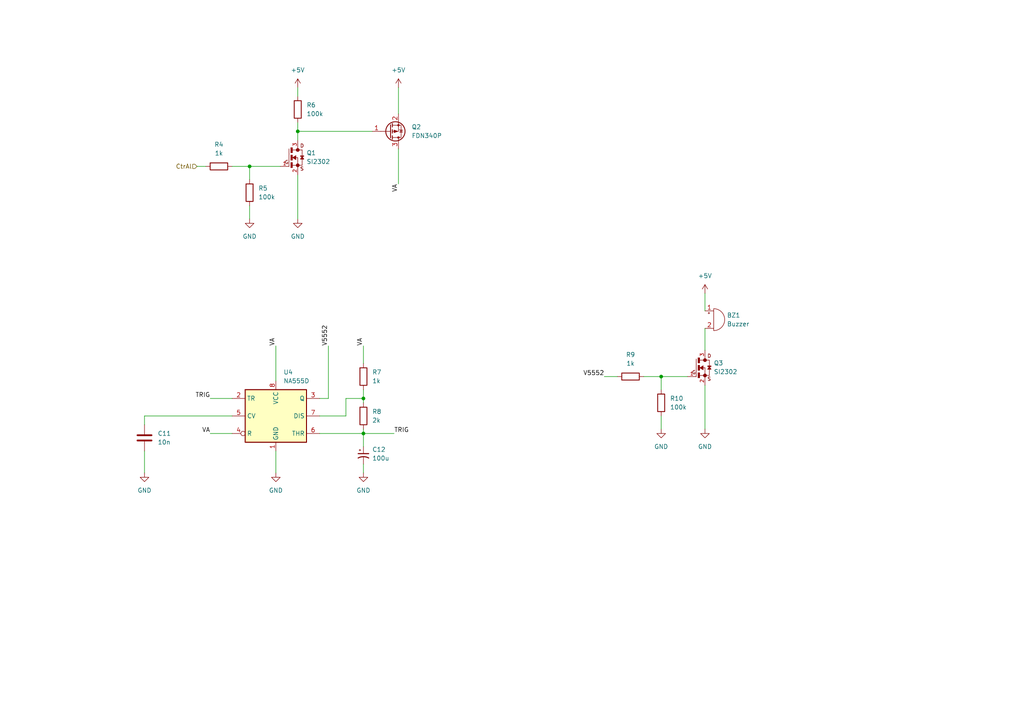
<source format=kicad_sch>
(kicad_sch (version 20230121) (generator eeschema)
  (paper "A4")
  (lib_symbols
    (symbol "Device:Buzzer" (pin_names (offset 0.0254) hide)
      (property "Reference" "BZ" (at 3.81 1.27 0))
      (property "Value" "Buzzer" (at 3.81 -1.27 0))
      (symbol "Buzzer_0_1"
        (arc (start 0 -3.175) (mid 3.1612 0) (end 0 3.175))
        (polyline (pts (xy -1.651 1.905) (xy -1.143 1.905)))
        (polyline (pts (xy -1.397 2.159) (xy -1.397 1.651)))
        (polyline (pts (xy 0 3.175) (xy 0 -3.175)))
      )
      (symbol "Buzzer_1_1"
        (pin passive line (at -2.54 2.54 0) (length 2.54) (name "-") (number "1"))
        (pin passive line (at -2.54 -2.54 0) (length 2.54) (name "+") (number "2"))
      )
    )
    (symbol "Device:C" (pin_numbers hide) (pin_names (offset 0.254))
      (property "Reference" "C" (at 0.635 2.54 0))
      (property "Value" "C" (at 0.635 -2.54 0))
      (symbol "C_0_1"
        (polyline (pts (xy -2.032 -0.762) (xy 2.032 -0.762)) (stroke (width 0.508)))
        (polyline (pts (xy -2.032 0.762) (xy 2.032 0.762)) (stroke (width 0.508)))
      )
      (symbol "C_1_1"
        (pin passive line (at 0 3.81 270) (length 2.794) (name "~") (number "1"))
        (pin passive line (at 0 -3.81 90) (length 2.794) (name "~") (number "2"))
      )
    )
    (symbol "Device:C_Polarized_Small_US" (pin_numbers hide) (pin_names (offset 0.254) hide)
      (property "Reference" "C" (at 0.254 1.778 0))
      (property "Value" "C_Polarized_Small_US" (at 0.254 -2.032 0))
      (symbol "C_Polarized_Small_US_0_1"
        (polyline (pts (xy -1.524 0.508) (xy 1.524 0.508)) (stroke (width 0.3048)))
        (polyline (pts (xy -1.27 1.524) (xy -0.762 1.524)))
        (polyline (pts (xy -1.016 1.27) (xy -1.016 1.778)))
        (arc (start 1.524 -0.762) (mid 0 -0.3734) (end -1.524 -0.762) (stroke (width 0.3048)))
      )
      (symbol "C_Polarized_Small_US_1_1"
        (pin passive line (at 0 2.54 270) (length 2.032) (name "~") (number "1"))
        (pin passive line (at 0 -2.54 90) (length 2.032) (name "~") (number "2"))
      )
    )
    (symbol "Device:R" (pin_numbers hide) (pin_names (offset 0))
      (property "Reference" "R" (at 2.032 0 90))
      (property "Value" "R" (at 0 0 90))
      (symbol "R_0_1"
        (rectangle (start -1.016 -2.54) (end 1.016 2.54) (stroke (width 0.254)))
      )
      (symbol "R_1_1"
        (pin passive line (at 0 3.81 270) (length 1.27) (name "~") (number "1"))
        (pin passive line (at 0 -3.81 90) (length 1.27) (name "~") (number "2"))
      )
    )
    (symbol "SI2302:SI2302" (pin_names (offset 1.016))
      (property "Reference" "Q" (at 2.5417 0 0))
      (property "Value" "SI2302" (at 2.5438 -2.5438 0))
      (symbol "SI2302_0_0"
        (rectangle (start -2.035 1.399) (end -1.524 2.921) (stroke (width 0.1)) (fill (type outline)))
        (rectangle (start -2.0335 -2.9232) (end -1.524 -1.397) (stroke (width 0.1)) (fill (type outline)))
        (rectangle (start -2.0336 -0.7626) (end -1.524 0.762) (stroke (width 0.1)) (fill (type outline)))
        (circle (center 0 -2.2225) (radius 0.127) (stroke (width 0.4064)))
        (polyline (pts (xy -2.54 -2.54) (xy -2.54 2.54)) (stroke (width 0.1524)))
        (polyline (pts (xy -1.5875 -2.2225) (xy 0 -2.2225)) (stroke (width 0.1524)))
        (polyline (pts (xy -1.5875 2.2225) (xy 0 2.2225)) (stroke (width 0.1524)))
        (polyline (pts (xy -0.508 0) (xy 0 0)) (stroke (width 0.1524)))
        (polyline (pts (xy 0 -2.2225) (xy 0 -2.54)) (stroke (width 0.1524)))
        (polyline (pts (xy 0 0) (xy 0 -2.2225)) (stroke (width 0.1524)))
        (polyline (pts (xy 0 2.2225) (xy 1.27 2.2225)) (stroke (width 0.1524)))
        (polyline (pts (xy 0 2.54) (xy 0 2.2225)) (stroke (width 0.1524)))
        (polyline (pts (xy 1.27 -2.2225) (xy 0 -2.2225)) (stroke (width 0.1524)))
        (polyline (pts (xy 1.27 2.2225) (xy 1.27 -2.2225)) (stroke (width 0.1524)))
        (polyline (pts (xy -1.524 0) (xy -0.508 0.635) (xy -0.508 -0.635) (xy -1.524 0)) (stroke (width 0.1016)) (fill (type outline)))
        (polyline (pts (xy 1.27 0.3175) (xy 0.762 -0.4445) (xy 1.778 -0.4445) (xy 1.27 0.3175)) (stroke (width 0.1524)) (fill (type outline)))
        (circle (center 0 2.2225) (radius 0.127) (stroke (width 0.4064)))
        (rectangle (start 0.7632 0.318) (end 1.778 0.5715) (stroke (width 0.1)) (fill (type outline)))
        (text "D" (at 0.6361 2.8623 0) (effects (font (size 1.0177 1.0177)) (justify left bottom)))
        (text "G" (at -3.813 -1.9065 0) (effects (font (size 1.0168 1.0168)) (justify left bottom)))
        (text "S" (at 0.6357 -3.8141 0) (effects (font (size 1.0171 1.0171)) (justify left bottom)))
        (pin passive line (at -5.08 -2.54 0) (length 2.54) (name "~") (number "1"))
        (pin passive line (at 0 -5.08 90) (length 2.54) (name "~") (number "2"))
        (pin passive line (at 0 5.08 270) (length 2.54) (name "~") (number "3"))
      )
    )
    (symbol "Timer:NA555D"
      (property "Reference" "U" (at -10.16 8.89 0))
      (property "Value" "NA555D" (at 2.54 8.89 0))
      (symbol "NA555D_0_0"
        (pin power_in line (at 0 -10.16 90) (length 2.54) (name "GND") (number "1"))
        (pin power_in line (at 0 10.16 270) (length 2.54) (name "VCC") (number "8"))
      )
      (symbol "NA555D_0_1"
        (rectangle (start -8.89 -7.62) (end 8.89 7.62) (stroke (width 0.254)) (fill (type background)))
        (rectangle (start -8.89 -7.62) (end 8.89 7.62) (stroke (width 0.254)) (fill (type background)))
      )
      (symbol "NA555D_1_1"
        (pin input line (at -12.7 5.08 0) (length 3.81) (name "TR") (number "2"))
        (pin output line (at 12.7 5.08 180) (length 3.81) (name "Q") (number "3"))
        (pin input inverted (at -12.7 -5.08 0) (length 3.81) (name "R") (number "4"))
        (pin input line (at -12.7 0 0) (length 3.81) (name "CV") (number "5"))
        (pin input line (at 12.7 -5.08 180) (length 3.81) (name "THR") (number "6"))
        (pin input line (at 12.7 0 180) (length 3.81) (name "DIS") (number "7"))
      )
    )
    (symbol "Transistor_FET:FDN340P" (pin_names hide)
      (property "Reference" "Q" (at 5.08 1.905 0))
      (property "Value" "FDN340P" (at 5.08 0 0))
      (symbol "FDN340P_0_1"
        (polyline (pts (xy 0.254 0) (xy -2.54 0)))
        (polyline (pts (xy 0.254 1.905) (xy 0.254 -1.905)) (stroke (width 0.254)))
        (polyline (pts (xy 0.762 -1.27) (xy 0.762 -2.286)) (stroke (width 0.254)))
        (polyline (pts (xy 0.762 0.508) (xy 0.762 -0.508)) (stroke (width 0.254)))
        (polyline (pts (xy 0.762 2.286) (xy 0.762 1.27)) (stroke (width 0.254)))
        (polyline (pts (xy 2.54 2.54) (xy 2.54 1.778)))
        (polyline (pts (xy 2.54 -2.54) (xy 2.54 0) (xy 0.762 0)))
        (polyline (pts (xy 0.762 1.778) (xy 3.302 1.778) (xy 3.302 -1.778) (xy 0.762 -1.778)))
        (polyline (pts (xy 2.286 0) (xy 1.27 0.381) (xy 1.27 -0.381) (xy 2.286 0)) (fill (type outline)))
        (polyline (pts (xy 2.794 -0.508) (xy 2.921 -0.381) (xy 3.683 -0.381) (xy 3.81 -0.254)))
        (polyline (pts (xy 3.302 -0.381) (xy 2.921 0.254) (xy 3.683 0.254) (xy 3.302 -0.381)))
        (circle (center 1.651 0) (radius 2.794) (stroke (width 0.254)))
        (circle (center 2.54 -1.778) (radius 0.254) (fill (type outline)))
        (circle (center 2.54 1.778) (radius 0.254) (fill (type outline)))
      )
      (symbol "FDN340P_1_1"
        (pin input line (at -5.08 0 0) (length 2.54) (name "G") (number "1"))
        (pin passive line (at 2.54 -5.08 90) (length 2.54) (name "S") (number "2"))
        (pin passive line (at 2.54 5.08 270) (length 2.54) (name "D") (number "3"))
      )
    )
    (symbol "power:+5V" (power) (pin_names (offset 0))
      (property "Value" "+5V" (at 0 3.556 0))
      (symbol "+5V_0_1"
        (polyline (pts (xy -0.762 1.27) (xy 0 2.54)))
        (polyline (pts (xy 0 0) (xy 0 2.54)))
        (polyline (pts (xy 0 2.54) (xy 0.762 1.27)))
      )
      (symbol "+5V_1_1"
        (pin power_in line (at 0 0 90) (length 0) hide (name "+5V") (number "1"))
      )
    )
    (symbol "power:GND" (power) (pin_names (offset 0))
      (property "Value" "GND" (at 0 -3.81 0))
      (symbol "GND_0_1"
        (polyline (pts (xy 0 0) (xy 0 -1.27) (xy 1.27 -1.27) (xy 0 -2.54) (xy -1.27 -1.27) (xy 0 -1.27)))
      )
      (symbol "GND_1_1"
        (pin power_in line (at 0 0 270) (length 0) hide (name "GND") (number "1"))
      )
    )
  )
  (junction (at 105.41 115.57))
  (junction (at 86.36 38.1))
  (junction (at 72.39 48.26))
  (junction (at 105.41 125.73))
  (junction (at 191.77 109.22))
  (wire (pts (xy 204.47 95.25) (xy 204.47 101.6)))
  (wire (pts (xy 191.77 109.22) (xy 199.39 109.22)))
  (wire (pts (xy 86.36 38.1) (xy 107.95 38.1)))
  (wire (pts (xy 175.26 109.22) (xy 179.07 109.22)))
  (wire (pts (xy 191.77 120.65) (xy 191.77 124.46)))
  (wire (pts (xy 204.47 111.76) (xy 204.47 124.46)))
  (wire (pts (xy 80.01 100.33) (xy 80.01 110.49)))
  (wire (pts (xy 204.47 85.09) (xy 204.47 90.17)))
  (wire (pts (xy 105.41 100.33) (xy 105.41 105.41)))
  (wire (pts (xy 92.71 115.57) (xy 95.25 115.57)))
  (wire (pts (xy 115.57 43.18) (xy 115.57 53.34)))
  (wire (pts (xy 105.41 113.03) (xy 105.41 115.57)))
  (wire (pts (xy 41.91 120.65) (xy 41.91 123.19)))
  (wire (pts (xy 105.41 125.73) (xy 114.3 125.73)))
  (wire (pts (xy 105.41 134.62) (xy 105.41 137.16)))
  (wire (pts (xy 105.41 125.73) (xy 105.41 129.54)))
  (wire (pts (xy 86.36 50.8) (xy 86.36 63.5)))
  (wire (pts (xy 86.36 25.4) (xy 86.36 27.94)))
  (wire (pts (xy 95.25 100.33) (xy 95.25 115.57)))
  (wire (pts (xy 72.39 48.26) (xy 81.28 48.26)))
  (wire (pts (xy 86.36 38.1) (xy 86.36 40.64)))
  (wire (pts (xy 100.33 115.57) (xy 105.41 115.57)))
  (wire (pts (xy 60.96 115.57) (xy 67.31 115.57)))
  (wire (pts (xy 72.39 59.69) (xy 72.39 63.5)))
  (wire (pts (xy 100.33 120.65) (xy 100.33 115.57)))
  (wire (pts (xy 92.71 120.65) (xy 100.33 120.65)))
  (wire (pts (xy 186.69 109.22) (xy 191.77 109.22)))
  (wire (pts (xy 105.41 124.46) (xy 105.41 125.73)))
  (wire (pts (xy 115.57 25.4) (xy 115.57 33.02)))
  (wire (pts (xy 80.01 130.81) (xy 80.01 137.16)))
  (wire (pts (xy 92.71 125.73) (xy 105.41 125.73)))
  (wire (pts (xy 57.15 48.26) (xy 59.69 48.26)))
  (wire (pts (xy 67.31 120.65) (xy 41.91 120.65)))
  (wire (pts (xy 67.31 48.26) (xy 72.39 48.26)))
  (wire (pts (xy 86.36 35.56) (xy 86.36 38.1)))
  (wire (pts (xy 72.39 52.07) (xy 72.39 48.26)))
  (wire (pts (xy 191.77 113.03) (xy 191.77 109.22)))
  (wire (pts (xy 105.41 115.57) (xy 105.41 116.84)))
  (wire (pts (xy 41.91 130.81) (xy 41.91 137.16)))
  (wire (pts (xy 60.96 125.73) (xy 67.31 125.73)))
  (label "TRIG" (at 114.3 125.73 0))
  (label "VA" (at 115.57 53.34 270))
  (label "VA" (at 80.01 100.33 90))
  (label "VA" (at 105.41 100.33 90))
  (label "V5552" (at 95.25 100.33 90))
  (label "VA" (at 60.96 125.73 180))
  (label "V5552" (at 175.26 109.22 180))
  (label "TRIG" (at 60.96 115.57 180))
  (hierarchical_label "CtrAl" (shape input) (at 57.15 48.26 180))
  (symbol (lib_id "Device:R") (at 105.41 109.22 0) (unit 1)
    (property "Reference" "R7" (at 107.95 107.95 0) (effects (justify left)))
    (property "Value" "1k" (at 107.95 110.49 0) (effects (justify left)))
    (property "Footprint" "Resistor_SMD:R_0805_2012Metric_Pad1.20x1.40mm_HandSolder" (effects hide))
    (instances (project "SB2_FEED_ALARM" (path "" (reference "R7") (unit 1))) (project "SmartBike2" (path "" (reference "R?") (unit 1)) (path "" (reference "R?") (unit 1)) (path "" (reference "R?") (unit 1))))
  )
  (symbol (lib_id "power:+5V") (at 86.36 25.4 0) (unit 1)
    (property "Reference" "#PWR020" (effects hide))
    (property "Value" "+5V" (at 86.36 20.32 0))
    (instances (project "SB2_FEED_ALARM" (path "" (reference "#PWR020") (unit 1))) (project "SmartBike2" (path "" (reference "#PWR?") (unit 1))))
  )
  (symbol (lib_id "power:GND") (at 72.39 63.5 0) (unit 1)
    (property "Reference" "#PWR018" (effects hide))
    (property "Value" "GND" (at 72.39 68.58 0))
    (instances (project "SB2_FEED_ALARM" (path "" (reference "#PWR018") (unit 1))) (project "SmartBike2" (path "" (reference "#PWR?") (unit 1))))
  )
  (symbol (lib_id "Device:R") (at 63.5 48.26 90) (unit 1)
    (property "Reference" "R4" (at 63.5 41.91 90))
    (property "Value" "1k" (at 63.5 44.45 90))
    (property "Footprint" "Resistor_SMD:R_0805_2012Metric_Pad1.20x1.40mm_HandSolder" (effects hide))
    (instances (project "SB2_FEED_ALARM" (path "" (reference "R4") (unit 1))) (project "SmartBike2" (path "" (reference "R?") (unit 1))))
  )
  (symbol (lib_id "Transistor_FET:FDN340P") (at 113.03 38.1 0) (mirror x) (unit 1)
    (property "Reference" "Q2" (at 119.38 36.83 0) (effects (justify left)))
    (property "Value" "FDN340P" (at 119.38 39.37 0) (effects (justify left)))
    (property "Footprint" "Package_TO_SOT_SMD:SuperSOT-3" (effects hide))
    (property "Datasheet" "https://www.onsemi.com/pub/Collateral/FDN340P-D.PDF" (effects hide))
    (instances (project "SB2_FEED_ALARM" (path "" (reference "Q2") (unit 1))) (project "SmartBike2" (path "" (reference "Q?") (unit 1))))
  )
  (symbol (lib_id "Device:C_Polarized_Small_US") (at 105.41 132.08 0) (unit 1)
    (property "Reference" "C12" (at 107.95 130.3782 0) (effects (justify left)))
    (property "Value" "100u" (at 107.95 132.9182 0) (effects (justify left)))
    (property "Footprint" "Capacitor_SMD:CP_Elec_6.3x5.4" (effects hide))
    (instances (project "SB2_FEED_ALARM" (path "" (reference "C12") (unit 1))) (project "SmartBike2" (path "" (reference "C?") (unit 1)) (path "" (reference "C?") (unit 1)) (path "" (reference "C?") (unit 1))))
  )
  (symbol (lib_id "Device:R") (at 86.36 31.75 0) (unit 1)
    (property "Reference" "R6" (at 88.9 30.48 0) (effects (justify left)))
    (property "Value" "100k" (at 88.9 33.02 0) (effects (justify left)))
    (property "Footprint" "Resistor_SMD:R_0805_2012Metric_Pad1.20x1.40mm_HandSolder" (effects hide))
    (instances (project "SB2_FEED_ALARM" (path "" (reference "R6") (unit 1))) (project "SmartBike2" (path "" (reference "R?") (unit 1))))
  )
  (symbol (lib_id "SI2302:SI2302") (at 86.36 45.72 0) (unit 1)
    (property "Reference" "Q1" (at 88.9 44.3451 0) (effects (justify left)))
    (property "Value" "SI2302" (at 88.9 46.8851 0) (effects (justify left)))
    (property "Footprint" "Package_TO_SOT_SMD:SOT-23" (effects hide))
    (property "MF" "Micro Commercial Components (MCC)" (effects hide))
    (property "Description" "\nN-Channel 20V 2.6A (Ta) 710mW (Ta) Surface Mount SOT-23-3 (TO-236)\n" (effects hide))
    (property "Package" "TO-236-3 Micro Commercial Components (MCC)" (effects hide))
    (property "Price" "None" (effects hide))
    (property "SnapEDA_Link" "https://www.snapeda.com/parts/SI2302/Micro+Commercial+Components/view-part/?ref=snap" (effects hide))
    (property "MP" "SI2302" (effects hide))
    (property "Availability" "Not in stock" (effects hide))
    (property "Check_prices" "https://www.snapeda.com/parts/SI2302/Micro+Commercial+Components/view-part/?ref=eda" (effects hide))
    (instances (project "SB2_FEED_ALARM" (path "" (reference "Q1") (unit 1))) (project "SmartBike2" (path "" (reference "Q?") (unit 1))))
  )
  (symbol (lib_id "SI2302:SI2302") (at 204.47 106.68 0) (unit 1)
    (property "Reference" "Q3" (at 207.01 105.3051 0) (effects (justify left)))
    (property "Value" "SI2302" (at 207.01 107.8451 0) (effects (justify left)))
    (property "Footprint" "Package_TO_SOT_SMD:SOT-23" (effects hide))
    (property "MF" "Micro Commercial Components (MCC)" (effects hide))
    (property "Description" "\nN-Channel 20V 2.6A (Ta) 710mW (Ta) Surface Mount SOT-23-3 (TO-236)\n" (effects hide))
    (property "Package" "TO-236-3 Micro Commercial Components (MCC)" (effects hide))
    (property "Price" "None" (effects hide))
    (property "SnapEDA_Link" "https://www.snapeda.com/parts/SI2302/Micro+Commercial+Components/view-part/?ref=snap" (effects hide))
    (property "MP" "SI2302" (effects hide))
    (property "Availability" "Not in stock" (effects hide))
    (property "Check_prices" "https://www.snapeda.com/parts/SI2302/Micro+Commercial+Components/view-part/?ref=eda" (effects hide))
    (instances (project "SB2_FEED_ALARM" (path "" (reference "Q3") (unit 1))) (project "SmartBike2" (path "" (reference "Q?") (unit 1))))
  )
  (symbol (lib_id "power:GND") (at 105.41 137.16 0) (unit 1)
    (property "Reference" "#PWR022" (effects hide))
    (property "Value" "GND" (at 105.41 142.24 0))
    (instances (project "SB2_FEED_ALARM" (path "" (reference "#PWR022") (unit 1))) (project "SmartBike2" (path "" (reference "#PWR?") (unit 1)) (path "" (reference "#PWR?") (unit 1)) (path "" (reference "#PWR?") (unit 1))))
  )
  (symbol (lib_id "Device:Buzzer") (at 207.01 92.71 0) (unit 1)
    (property "Reference" "BZ1" (at 210.82 91.44 0) (effects (justify left)))
    (property "Value" "Buzzer" (at 210.82 93.98 0) (effects (justify left)))
    (property "Footprint" "Connector_PinHeader_2.54mm:PinHeader_1x02_P2.54mm_Vertical" (effects hide))
    (instances (project "SB2_FEED_ALARM" (path "" (reference "BZ1") (unit 1))) (project "SmartBike2" (path "" (reference "BZ?") (unit 1))))
  )
  (symbol (lib_id "power:GND") (at 80.01 137.16 0) (unit 1)
    (property "Reference" "#PWR019" (effects hide))
    (property "Value" "GND" (at 80.01 142.24 0))
    (instances (project "SB2_FEED_ALARM" (path "" (reference "#PWR019") (unit 1))) (project "SmartBike2" (path "" (reference "#PWR?") (unit 1)) (path "" (reference "#PWR?") (unit 1)) (path "" (reference "#PWR?") (unit 1))))
  )
  (symbol (lib_id "power:+5V") (at 115.57 25.4 0) (unit 1)
    (property "Reference" "#PWR023" (effects hide))
    (property "Value" "+5V" (at 115.57 20.32 0))
    (instances (project "SB2_FEED_ALARM" (path "" (reference "#PWR023") (unit 1))) (project "SmartBike2" (path "" (reference "#PWR?") (unit 1))))
  )
  (symbol (lib_id "Device:R") (at 182.88 109.22 90) (unit 1)
    (property "Reference" "R9" (at 182.88 102.87 90))
    (property "Value" "1k" (at 182.88 105.41 90))
    (property "Footprint" "Resistor_SMD:R_0805_2012Metric_Pad1.20x1.40mm_HandSolder" (effects hide))
    (instances (project "SB2_FEED_ALARM" (path "" (reference "R9") (unit 1))) (project "SmartBike2" (path "" (reference "R?") (unit 1))))
  )
  (symbol (lib_id "power:GND") (at 41.91 137.16 0) (unit 1)
    (property "Reference" "#PWR017" (effects hide))
    (property "Value" "GND" (at 41.91 142.24 0))
    (instances (project "SB2_FEED_ALARM" (path "" (reference "#PWR017") (unit 1))) (project "SmartBike2" (path "" (reference "#PWR?") (unit 1)) (path "" (reference "#PWR?") (unit 1)) (path "" (reference "#PWR?") (unit 1))))
  )
  (symbol (lib_id "power:GND") (at 204.47 124.46 0) (unit 1)
    (property "Reference" "#PWR026" (effects hide))
    (property "Value" "GND" (at 204.47 129.54 0))
    (instances (project "SB2_FEED_ALARM" (path "" (reference "#PWR026") (unit 1))) (project "SmartBike2" (path "" (reference "#PWR?") (unit 1))))
  )
  (symbol (lib_id "Device:R") (at 191.77 116.84 0) (unit 1)
    (property "Reference" "R10" (at 194.31 115.57 0) (effects (justify left)))
    (property "Value" "100k" (at 194.31 118.11 0) (effects (justify left)))
    (property "Footprint" "Resistor_SMD:R_0805_2012Metric_Pad1.20x1.40mm_HandSolder" (effects hide))
    (instances (project "SB2_FEED_ALARM" (path "" (reference "R10") (unit 1))) (project "SmartBike2" (path "" (reference "R?") (unit 1))))
  )
  (symbol (lib_id "Timer:NA555D") (at 80.01 120.65 0) (unit 1)
    (property "Reference" "U4" (at 82.2041 107.95 0) (effects (justify left)))
    (property "Value" "NA555D" (at 82.2041 110.49 0) (effects (justify left)))
    (property "Footprint" "Package_SO:SOIC-8_3.9x4.9mm_P1.27mm" (effects hide))
    (property "Datasheet" "http://www.ti.com/lit/ds/symlink/ne555.pdf" (effects hide))
    (instances (project "SB2_FEED_ALARM" (path "" (reference "U4") (unit 1))) (project "SmartBike2" (path "" (reference "U?") (unit 1)) (path "" (reference "U?") (unit 1)) (path "" (reference "U?") (unit 1))))
  )
  (symbol (lib_id "Device:R") (at 105.41 120.65 0) (unit 1)
    (property "Reference" "R8" (at 107.95 119.38 0) (effects (justify left)))
    (property "Value" "2k" (at 107.95 121.92 0) (effects (justify left)))
    (property "Footprint" "Resistor_SMD:R_0805_2012Metric_Pad1.20x1.40mm_HandSolder" (effects hide))
    (instances (project "SB2_FEED_ALARM" (path "" (reference "R8") (unit 1))) (project "SmartBike2" (path "" (reference "R?") (unit 1)) (path "" (reference "R?") (unit 1)) (path "" (reference "R?") (unit 1))))
  )
  (symbol (lib_id "power:GND") (at 86.36 63.5 0) (unit 1)
    (property "Reference" "#PWR021" (effects hide))
    (property "Value" "GND" (at 86.36 68.58 0))
    (instances (project "SB2_FEED_ALARM" (path "" (reference "#PWR021") (unit 1))) (project "SmartBike2" (path "" (reference "#PWR?") (unit 1))))
  )
  (symbol (lib_id "Device:C") (at 41.91 127 0) (unit 1)
    (property "Reference" "C11" (at 45.72 125.73 0) (effects (justify left)))
    (property "Value" "10n" (at 45.72 128.27 0) (effects (justify left)))
    (property "Footprint" "Capacitor_SMD:C_0805_2012Metric_Pad1.18x1.45mm_HandSolder" (effects hide))
    (instances (project "SB2_FEED_ALARM" (path "" (reference "C11") (unit 1))) (project "SmartBike2" (path "" (reference "C?") (unit 1)) (path "" (reference "C?") (unit 1)) (path "" (reference "C?") (unit 1))))
  )
  (symbol (lib_id "power:GND") (at 191.77 124.46 0) (unit 1)
    (property "Reference" "#PWR024" (effects hide))
    (property "Value" "GND" (at 191.77 129.54 0))
    (instances (project "SB2_FEED_ALARM" (path "" (reference "#PWR024") (unit 1))) (project "SmartBike2" (path "" (reference "#PWR?") (unit 1))))
  )
  (symbol (lib_id "power:+5V") (at 204.47 85.09 0) (unit 1)
    (property "Reference" "#PWR025" (effects hide))
    (property "Value" "+5V" (at 204.47 80.01 0))
    (instances (project "SB2_FEED_ALARM" (path "" (reference "#PWR025") (unit 1))) (project "SmartBike2" (path "" (reference "#PWR?") (unit 1))))
  )
  (symbol (lib_id "Device:R") (at 72.39 55.88 0) (unit 1)
    (property "Reference" "R5" (at 74.93 54.61 0) (effects (justify left)))
    (property "Value" "100k" (at 74.93 57.15 0) (effects (justify left)))
    (property "Footprint" "Resistor_SMD:R_0805_2012Metric_Pad1.20x1.40mm_HandSolder" (effects hide))
    (instances (project "SB2_FEED_ALARM" (path "" (reference "R5") (unit 1))) (project "SmartBike2" (path "" (reference "R?") (unit 1))))
  )
)
</source>
